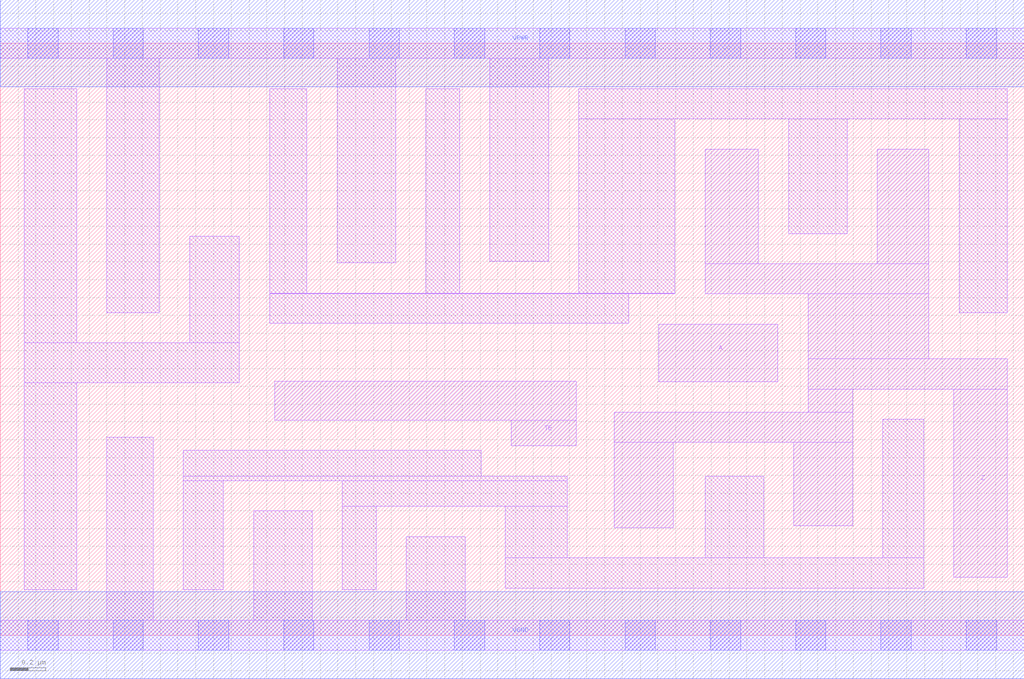
<source format=lef>
# Copyright 2020 The SkyWater PDK Authors
#
# Licensed under the Apache License, Version 2.0 (the "License");
# you may not use this file except in compliance with the License.
# You may obtain a copy of the License at
#
#     https://www.apache.org/licenses/LICENSE-2.0
#
# Unless required by applicable law or agreed to in writing, software
# distributed under the License is distributed on an "AS IS" BASIS,
# WITHOUT WARRANTIES OR CONDITIONS OF ANY KIND, either express or implied.
# See the License for the specific language governing permissions and
# limitations under the License.
#
# SPDX-License-Identifier: Apache-2.0

VERSION 5.7 ;
  NAMESCASESENSITIVE ON ;
  NOWIREEXTENSIONATPIN ON ;
  DIVIDERCHAR "/" ;
  BUSBITCHARS "[]" ;
UNITS
  DATABASE MICRONS 200 ;
END UNITS
MACRO sky130_fd_sc_lp__einvp_4
  CLASS CORE ;
  FOREIGN sky130_fd_sc_lp__einvp_4 ;
  ORIGIN  0.000000  0.000000 ;
  SIZE  5.760000 BY  3.330000 ;
  SYMMETRY X Y R90 ;
  SITE unit ;
  PIN A
    ANTENNAGATEAREA  1.260000 ;
    DIRECTION INPUT ;
    USE SIGNAL ;
    PORT
      LAYER li1 ;
        RECT 3.705000 1.425000 4.375000 1.750000 ;
    END
  END A
  PIN TE
    ANTENNAGATEAREA  0.819000 ;
    DIRECTION INPUT ;
    USE SIGNAL ;
    PORT
      LAYER li1 ;
        RECT 1.545000 1.210000 3.240000 1.430000 ;
        RECT 2.875000 1.065000 3.240000 1.210000 ;
    END
  END TE
  PIN Z
    ANTENNADIFFAREA  1.520400 ;
    DIRECTION OUTPUT ;
    USE SIGNAL ;
    PORT
      LAYER li1 ;
        RECT 3.455000 0.605000 3.785000 1.085000 ;
        RECT 3.455000 1.085000 4.795000 1.255000 ;
        RECT 3.965000 1.920000 5.225000 2.090000 ;
        RECT 3.965000 2.090000 4.265000 2.735000 ;
        RECT 4.465000 0.615000 4.795000 1.085000 ;
        RECT 4.545000 1.255000 4.795000 1.385000 ;
        RECT 4.545000 1.385000 5.665000 1.555000 ;
        RECT 4.545000 1.555000 5.225000 1.920000 ;
        RECT 4.935000 2.090000 5.225000 2.735000 ;
        RECT 5.365000 0.325000 5.665000 1.385000 ;
    END
  END Z
  PIN VGND
    DIRECTION INOUT ;
    USE GROUND ;
    PORT
      LAYER met1 ;
        RECT 0.000000 -0.245000 5.760000 0.245000 ;
    END
  END VGND
  PIN VPWR
    DIRECTION INOUT ;
    USE POWER ;
    PORT
      LAYER met1 ;
        RECT 0.000000 3.085000 5.760000 3.575000 ;
    END
  END VPWR
  OBS
    LAYER li1 ;
      RECT 0.000000 -0.085000 5.760000 0.085000 ;
      RECT 0.000000  3.245000 5.760000 3.415000 ;
      RECT 0.135000  0.255000 0.430000 1.420000 ;
      RECT 0.135000  1.420000 1.345000 1.645000 ;
      RECT 0.135000  1.645000 0.430000 3.075000 ;
      RECT 0.600000  0.085000 0.860000 1.115000 ;
      RECT 0.600000  1.815000 0.895000 3.245000 ;
      RECT 1.030000  0.255000 1.255000 0.870000 ;
      RECT 1.030000  0.870000 3.190000 0.895000 ;
      RECT 1.030000  0.895000 2.705000 1.040000 ;
      RECT 1.065000  1.645000 1.345000 2.245000 ;
      RECT 1.425000  0.085000 1.755000 0.700000 ;
      RECT 1.515000  1.755000 3.535000 1.920000 ;
      RECT 1.515000  1.920000 3.795000 1.925000 ;
      RECT 1.515000  1.925000 1.725000 3.075000 ;
      RECT 1.895000  2.095000 2.225000 3.245000 ;
      RECT 1.925000  0.255000 2.115000 0.725000 ;
      RECT 1.925000  0.725000 3.190000 0.870000 ;
      RECT 2.285000  0.085000 2.615000 0.555000 ;
      RECT 2.395000  1.925000 2.585000 3.075000 ;
      RECT 2.755000  2.105000 3.085000 3.245000 ;
      RECT 2.840000  0.265000 5.195000 0.435000 ;
      RECT 2.840000  0.435000 3.190000 0.725000 ;
      RECT 3.255000  1.925000 3.795000 2.905000 ;
      RECT 3.255000  2.905000 5.665000 3.075000 ;
      RECT 3.965000  0.435000 4.295000 0.895000 ;
      RECT 4.435000  2.260000 4.765000 2.905000 ;
      RECT 4.965000  0.435000 5.195000 1.215000 ;
      RECT 5.395000  1.815000 5.665000 2.905000 ;
    LAYER mcon ;
      RECT 0.155000 -0.085000 0.325000 0.085000 ;
      RECT 0.155000  3.245000 0.325000 3.415000 ;
      RECT 0.635000 -0.085000 0.805000 0.085000 ;
      RECT 0.635000  3.245000 0.805000 3.415000 ;
      RECT 1.115000 -0.085000 1.285000 0.085000 ;
      RECT 1.115000  3.245000 1.285000 3.415000 ;
      RECT 1.595000 -0.085000 1.765000 0.085000 ;
      RECT 1.595000  3.245000 1.765000 3.415000 ;
      RECT 2.075000 -0.085000 2.245000 0.085000 ;
      RECT 2.075000  3.245000 2.245000 3.415000 ;
      RECT 2.555000 -0.085000 2.725000 0.085000 ;
      RECT 2.555000  3.245000 2.725000 3.415000 ;
      RECT 3.035000 -0.085000 3.205000 0.085000 ;
      RECT 3.035000  3.245000 3.205000 3.415000 ;
      RECT 3.515000 -0.085000 3.685000 0.085000 ;
      RECT 3.515000  3.245000 3.685000 3.415000 ;
      RECT 3.995000 -0.085000 4.165000 0.085000 ;
      RECT 3.995000  3.245000 4.165000 3.415000 ;
      RECT 4.475000 -0.085000 4.645000 0.085000 ;
      RECT 4.475000  3.245000 4.645000 3.415000 ;
      RECT 4.955000 -0.085000 5.125000 0.085000 ;
      RECT 4.955000  3.245000 5.125000 3.415000 ;
      RECT 5.435000 -0.085000 5.605000 0.085000 ;
      RECT 5.435000  3.245000 5.605000 3.415000 ;
  END
END sky130_fd_sc_lp__einvp_4
END LIBRARY

</source>
